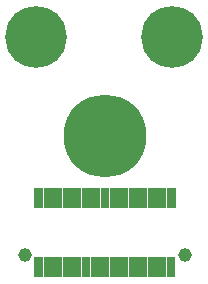
<source format=gbr>
G04 start of page 9 for group -4062 idx -4062 *
G04 Title: (unknown), soldermask *
G04 Creator: pcb 20110918 *
G04 CreationDate: Thu Dec  5 20:49:14 2013 UTC *
G04 For: fosse *
G04 Format: Gerber/RS-274X *
G04 PCB-Dimensions: 600000 500000 *
G04 PCB-Coordinate-Origin: lower left *
%MOIN*%
%FSLAX25Y25*%
%LNBOTTOMMASK*%
%ADD66R,0.0297X0.0297*%
%ADD65R,0.0297X0.0297*%
%ADD64R,0.0297X0.0297*%
%ADD63C,0.0454*%
%ADD62C,0.2760*%
%ADD61C,0.2060*%
G54D61*X87000Y381000D03*
X132500D03*
G54D62*X110000Y348000D03*
G54D63*X136575Y308205D03*
X83425D03*
G54D64*X87953Y306039D02*Y302417D01*
X91102Y306039D02*Y302417D01*
G54D65*X94251Y306040D02*Y302417D01*
X97401Y306040D02*Y302417D01*
G54D64*X100551Y306039D02*Y302417D01*
G54D65*X87992Y329150D02*Y325527D01*
G54D64*X91142Y329149D02*Y325527D01*
G54D66*X94291Y329150D02*Y325526D01*
G54D64*X97441Y329149D02*Y325527D01*
X100590Y329149D02*Y325527D01*
G54D66*X103740Y329150D02*Y325526D01*
G54D64*X116299Y306039D02*Y302417D01*
G54D65*X119448Y306040D02*Y302417D01*
X122598Y306040D02*Y302417D01*
G54D64*X125748Y306039D02*Y302417D01*
G54D65*X128897Y306040D02*Y302417D01*
X132047Y306040D02*Y302417D01*
G54D66*X110000Y306040D02*Y302416D01*
G54D64*X113150Y306039D02*Y302417D01*
G54D65*X103700Y306040D02*Y302417D01*
X106850Y306040D02*Y302417D01*
G54D64*X125787Y329149D02*Y325527D01*
G54D66*X128937Y329150D02*Y325526D01*
G54D64*X132087Y329149D02*Y325527D01*
G54D65*X110039Y329150D02*Y325527D01*
X113189Y329150D02*Y325527D01*
G54D64*X116339Y329149D02*Y325527D01*
G54D66*X119488Y329150D02*Y325526D01*
G54D64*X122638Y329149D02*Y325527D01*
X106890Y329149D02*Y325527D01*
M02*

</source>
